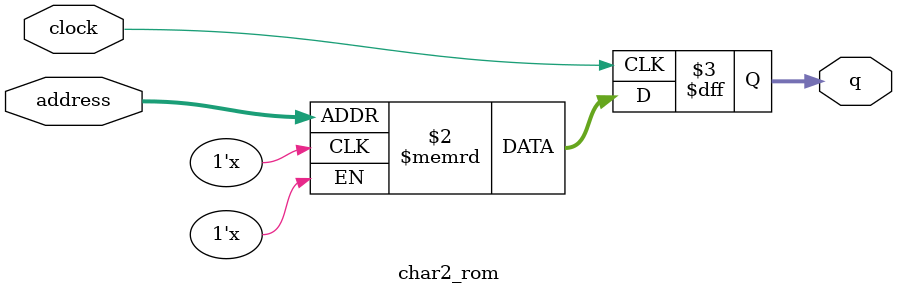
<source format=sv>
module char2_rom (
	input logic clock,
	input logic [12:0] address,
	output logic [5:0] q
);

logic [5:0] memory [0:4799] /* synthesis ram_init_file = "./char2/char2.COE" */;

always_ff @ (posedge clock) begin
	q <= memory[address];
end

endmodule

</source>
